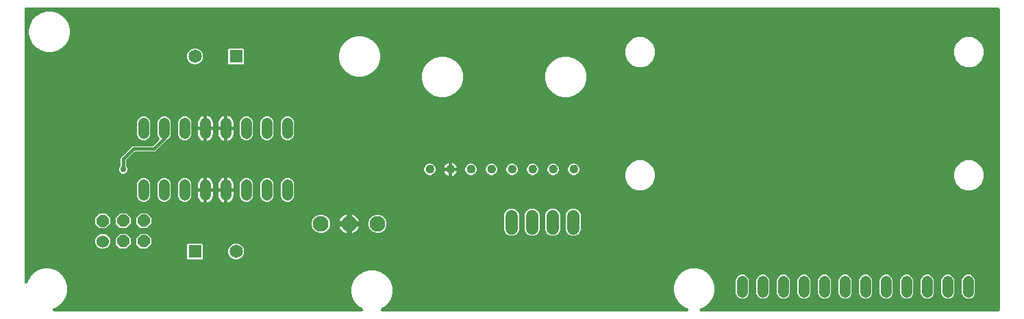
<source format=gbr>
G04 EAGLE Gerber RS-274X export*
G75*
%MOMM*%
%FSLAX34Y34*%
%LPD*%
%INBottom Copper*%
%IPPOS*%
%AMOC8*
5,1,8,0,0,1.08239X$1,22.5*%
G01*
%ADD10C,1.320800*%
%ADD11C,1.950000*%
%ADD12R,1.650000X1.650000*%
%ADD13C,1.650000*%
%ADD14C,1.524000*%
%ADD15P,1.649562X8X22.600000*%
%ADD16C,1.108000*%
%ADD17C,1.524000*%
%ADD18C,0.756400*%
%ADD19C,0.406400*%

G36*
X408843Y32200D02*
X408843Y32200D01*
X408917Y32198D01*
X409043Y32220D01*
X409171Y32233D01*
X409241Y32254D01*
X409313Y32267D01*
X409433Y32313D01*
X409556Y32351D01*
X409621Y32386D01*
X409689Y32412D01*
X409797Y32481D01*
X409910Y32543D01*
X409966Y32589D01*
X410028Y32629D01*
X410121Y32718D01*
X410219Y32800D01*
X410265Y32857D01*
X410318Y32908D01*
X410391Y33014D01*
X410472Y33114D01*
X410505Y33179D01*
X410547Y33239D01*
X410598Y33357D01*
X410657Y33471D01*
X410677Y33542D01*
X410706Y33609D01*
X410733Y33735D01*
X410769Y33858D01*
X410775Y33931D01*
X410790Y34003D01*
X410791Y34131D01*
X410801Y34260D01*
X410793Y34332D01*
X410794Y34406D01*
X410770Y34532D01*
X410755Y34659D01*
X410732Y34729D01*
X410718Y34801D01*
X410670Y34920D01*
X410630Y35042D01*
X410594Y35106D01*
X410566Y35174D01*
X410495Y35281D01*
X410432Y35393D01*
X410384Y35448D01*
X410343Y35509D01*
X410253Y35600D01*
X410169Y35697D01*
X410111Y35742D01*
X410059Y35794D01*
X409919Y35891D01*
X409851Y35944D01*
X409821Y35959D01*
X409786Y35983D01*
X406351Y37966D01*
X401666Y42651D01*
X398354Y48388D01*
X396639Y54788D01*
X396639Y61412D01*
X398354Y67812D01*
X401666Y73549D01*
X406351Y78234D01*
X412088Y81546D01*
X418488Y83261D01*
X425112Y83261D01*
X431512Y81546D01*
X437249Y78234D01*
X441934Y73549D01*
X445246Y67812D01*
X446961Y61412D01*
X446961Y54788D01*
X445246Y48388D01*
X441934Y42651D01*
X437249Y37966D01*
X433814Y35983D01*
X433754Y35940D01*
X433690Y35905D01*
X433591Y35823D01*
X433487Y35748D01*
X433437Y35695D01*
X433381Y35648D01*
X433300Y35548D01*
X433213Y35453D01*
X433174Y35391D01*
X433128Y35334D01*
X433069Y35220D01*
X433002Y35110D01*
X432976Y35042D01*
X432943Y34977D01*
X432907Y34853D01*
X432863Y34733D01*
X432852Y34660D01*
X432831Y34590D01*
X432821Y34461D01*
X432801Y34335D01*
X432805Y34262D01*
X432799Y34188D01*
X432813Y34061D01*
X432819Y33932D01*
X432837Y33861D01*
X432845Y33789D01*
X432885Y33666D01*
X432916Y33542D01*
X432948Y33476D01*
X432970Y33406D01*
X433033Y33294D01*
X433088Y33178D01*
X433132Y33119D01*
X433168Y33055D01*
X433252Y32958D01*
X433329Y32855D01*
X433383Y32806D01*
X433431Y32750D01*
X433533Y32672D01*
X433628Y32586D01*
X433692Y32549D01*
X433749Y32504D01*
X433865Y32446D01*
X433975Y32381D01*
X434044Y32357D01*
X434110Y32324D01*
X434234Y32291D01*
X434355Y32249D01*
X434428Y32239D01*
X434499Y32220D01*
X434668Y32206D01*
X434754Y32194D01*
X434787Y32196D01*
X434829Y32193D01*
X811136Y32193D01*
X811272Y32206D01*
X811410Y32211D01*
X811472Y32226D01*
X811536Y32233D01*
X811668Y32273D01*
X811801Y32305D01*
X811860Y32332D01*
X811921Y32351D01*
X812042Y32416D01*
X812167Y32474D01*
X812219Y32512D01*
X812275Y32543D01*
X812381Y32631D01*
X812492Y32712D01*
X812535Y32759D01*
X812585Y32800D01*
X812671Y32907D01*
X812763Y33009D01*
X812797Y33064D01*
X812837Y33114D01*
X812900Y33236D01*
X812971Y33354D01*
X812993Y33414D01*
X813022Y33471D01*
X813060Y33603D01*
X813107Y33733D01*
X813116Y33796D01*
X813134Y33858D01*
X813145Y33995D01*
X813165Y34131D01*
X813161Y34195D01*
X813167Y34260D01*
X813151Y34396D01*
X813143Y34533D01*
X813127Y34596D01*
X813120Y34659D01*
X813077Y34790D01*
X813043Y34923D01*
X813015Y34981D01*
X812995Y35042D01*
X812927Y35162D01*
X812868Y35285D01*
X812829Y35337D01*
X812797Y35393D01*
X812707Y35497D01*
X812624Y35606D01*
X812576Y35649D01*
X812534Y35697D01*
X812425Y35782D01*
X812322Y35873D01*
X812267Y35905D01*
X812216Y35944D01*
X812093Y36005D01*
X811974Y36074D01*
X811904Y36099D01*
X811855Y36124D01*
X811778Y36144D01*
X811661Y36186D01*
X810288Y36554D01*
X804551Y39866D01*
X799866Y44551D01*
X796554Y50288D01*
X794839Y56688D01*
X794839Y63312D01*
X796554Y69712D01*
X799866Y75449D01*
X804551Y80134D01*
X810288Y83446D01*
X816688Y85161D01*
X823312Y85161D01*
X829712Y83446D01*
X835449Y80134D01*
X840134Y75449D01*
X843446Y69712D01*
X845161Y63312D01*
X845161Y56688D01*
X843446Y50288D01*
X840134Y44551D01*
X835449Y39866D01*
X829712Y36554D01*
X828339Y36186D01*
X828210Y36137D01*
X828079Y36097D01*
X828022Y36067D01*
X827962Y36044D01*
X827845Y35971D01*
X827725Y35905D01*
X827675Y35864D01*
X827621Y35830D01*
X827521Y35736D01*
X827415Y35648D01*
X827375Y35598D01*
X827328Y35553D01*
X827249Y35441D01*
X827163Y35334D01*
X827133Y35277D01*
X827096Y35224D01*
X827041Y35098D01*
X826978Y34977D01*
X826960Y34915D01*
X826934Y34856D01*
X826904Y34722D01*
X826866Y34590D01*
X826861Y34526D01*
X826847Y34463D01*
X826845Y34325D01*
X826833Y34188D01*
X826841Y34125D01*
X826840Y34060D01*
X826864Y33925D01*
X826880Y33789D01*
X826900Y33727D01*
X826912Y33664D01*
X826962Y33536D01*
X827005Y33406D01*
X827037Y33350D01*
X827060Y33290D01*
X827135Y33175D01*
X827203Y33055D01*
X827245Y33006D01*
X827280Y32953D01*
X827376Y32854D01*
X827466Y32750D01*
X827517Y32711D01*
X827562Y32665D01*
X827676Y32588D01*
X827784Y32504D01*
X827842Y32475D01*
X827895Y32439D01*
X828022Y32386D01*
X828145Y32324D01*
X828207Y32308D01*
X828266Y32283D01*
X828401Y32256D01*
X828534Y32220D01*
X828607Y32214D01*
X828661Y32203D01*
X828741Y32203D01*
X828864Y32193D01*
X1195776Y32193D01*
X1195794Y32195D01*
X1195812Y32193D01*
X1195994Y32214D01*
X1196177Y32233D01*
X1196194Y32238D01*
X1196211Y32240D01*
X1196386Y32297D01*
X1196562Y32351D01*
X1196577Y32359D01*
X1196594Y32365D01*
X1196754Y32455D01*
X1196916Y32543D01*
X1196929Y32554D01*
X1196945Y32563D01*
X1197084Y32683D01*
X1197225Y32800D01*
X1197236Y32814D01*
X1197250Y32826D01*
X1197362Y32971D01*
X1197477Y33114D01*
X1197485Y33130D01*
X1197496Y33144D01*
X1197578Y33309D01*
X1197663Y33471D01*
X1197668Y33488D01*
X1197676Y33504D01*
X1197723Y33683D01*
X1197774Y33858D01*
X1197776Y33876D01*
X1197780Y33893D01*
X1197807Y34224D01*
X1197807Y405776D01*
X1197805Y405794D01*
X1197807Y405812D01*
X1197786Y405994D01*
X1197767Y406177D01*
X1197762Y406194D01*
X1197760Y406211D01*
X1197703Y406386D01*
X1197649Y406562D01*
X1197641Y406577D01*
X1197635Y406594D01*
X1197545Y406754D01*
X1197457Y406916D01*
X1197446Y406929D01*
X1197437Y406945D01*
X1197317Y407084D01*
X1197200Y407225D01*
X1197186Y407236D01*
X1197174Y407250D01*
X1197029Y407362D01*
X1196886Y407477D01*
X1196870Y407485D01*
X1196856Y407496D01*
X1196691Y407578D01*
X1196529Y407663D01*
X1196512Y407668D01*
X1196496Y407676D01*
X1196317Y407723D01*
X1196142Y407774D01*
X1196124Y407776D01*
X1196107Y407780D01*
X1195776Y407807D01*
X-5776Y407807D01*
X-5794Y407805D01*
X-5812Y407807D01*
X-5994Y407786D01*
X-6177Y407767D01*
X-6194Y407762D01*
X-6211Y407760D01*
X-6386Y407703D01*
X-6562Y407649D01*
X-6577Y407641D01*
X-6594Y407635D01*
X-6754Y407545D01*
X-6916Y407457D01*
X-6929Y407446D01*
X-6945Y407437D01*
X-7084Y407317D01*
X-7225Y407200D01*
X-7236Y407186D01*
X-7250Y407174D01*
X-7362Y407029D01*
X-7477Y406886D01*
X-7485Y406870D01*
X-7496Y406856D01*
X-7578Y406691D01*
X-7663Y406529D01*
X-7668Y406512D01*
X-7676Y406496D01*
X-7723Y406317D01*
X-7774Y406142D01*
X-7776Y406124D01*
X-7780Y406107D01*
X-7807Y405776D01*
X-7807Y68864D01*
X-7794Y68728D01*
X-7789Y68590D01*
X-7774Y68528D01*
X-7767Y68464D01*
X-7727Y68332D01*
X-7695Y68199D01*
X-7668Y68140D01*
X-7649Y68079D01*
X-7584Y67958D01*
X-7526Y67833D01*
X-7488Y67781D01*
X-7457Y67725D01*
X-7369Y67619D01*
X-7288Y67508D01*
X-7241Y67465D01*
X-7200Y67415D01*
X-7093Y67329D01*
X-6991Y67237D01*
X-6936Y67203D01*
X-6886Y67163D01*
X-6764Y67100D01*
X-6646Y67029D01*
X-6586Y67007D01*
X-6529Y66978D01*
X-6397Y66940D01*
X-6267Y66893D01*
X-6204Y66884D01*
X-6142Y66866D01*
X-6005Y66855D01*
X-5869Y66835D01*
X-5805Y66839D01*
X-5740Y66833D01*
X-5604Y66849D01*
X-5467Y66857D01*
X-5404Y66873D01*
X-5341Y66880D01*
X-5210Y66923D01*
X-5077Y66957D01*
X-5019Y66985D01*
X-4958Y67005D01*
X-4838Y67073D01*
X-4715Y67132D01*
X-4663Y67171D01*
X-4607Y67203D01*
X-4503Y67293D01*
X-4394Y67376D01*
X-4351Y67424D01*
X-4303Y67466D01*
X-4218Y67575D01*
X-4127Y67678D01*
X-4095Y67733D01*
X-4056Y67784D01*
X-3995Y67907D01*
X-3926Y68026D01*
X-3901Y68096D01*
X-3876Y68145D01*
X-3856Y68222D01*
X-3814Y68339D01*
X-3446Y69712D01*
X-134Y75449D01*
X4551Y80134D01*
X10288Y83446D01*
X16688Y85161D01*
X23312Y85161D01*
X29712Y83446D01*
X35449Y80134D01*
X40134Y75449D01*
X43446Y69712D01*
X45161Y63312D01*
X45161Y56688D01*
X43446Y50288D01*
X40134Y44551D01*
X35449Y39866D01*
X29712Y36554D01*
X28339Y36186D01*
X28210Y36137D01*
X28079Y36097D01*
X28022Y36067D01*
X27962Y36044D01*
X27845Y35971D01*
X27725Y35905D01*
X27675Y35864D01*
X27621Y35830D01*
X27521Y35736D01*
X27415Y35648D01*
X27375Y35598D01*
X27328Y35553D01*
X27249Y35441D01*
X27163Y35334D01*
X27133Y35277D01*
X27096Y35224D01*
X27041Y35098D01*
X26978Y34977D01*
X26960Y34915D01*
X26934Y34856D01*
X26904Y34722D01*
X26866Y34590D01*
X26861Y34526D01*
X26847Y34463D01*
X26845Y34325D01*
X26833Y34188D01*
X26841Y34125D01*
X26840Y34060D01*
X26864Y33925D01*
X26880Y33789D01*
X26900Y33727D01*
X26912Y33664D01*
X26962Y33536D01*
X27005Y33406D01*
X27037Y33350D01*
X27060Y33290D01*
X27135Y33175D01*
X27203Y33055D01*
X27245Y33006D01*
X27280Y32953D01*
X27376Y32854D01*
X27466Y32750D01*
X27517Y32711D01*
X27562Y32665D01*
X27676Y32588D01*
X27784Y32504D01*
X27842Y32475D01*
X27895Y32439D01*
X28022Y32386D01*
X28145Y32324D01*
X28207Y32308D01*
X28266Y32283D01*
X28401Y32256D01*
X28534Y32220D01*
X28607Y32214D01*
X28661Y32203D01*
X28741Y32203D01*
X28864Y32193D01*
X408771Y32193D01*
X408843Y32200D01*
G37*
%LPC*%
G36*
X403088Y322339D02*
X403088Y322339D01*
X396688Y324054D01*
X390951Y327366D01*
X386266Y332051D01*
X382954Y337788D01*
X381239Y344188D01*
X381239Y350812D01*
X382954Y357212D01*
X386266Y362949D01*
X390951Y367634D01*
X396688Y370946D01*
X403088Y372661D01*
X409712Y372661D01*
X416112Y370946D01*
X421849Y367634D01*
X426534Y362949D01*
X429846Y357212D01*
X431561Y350812D01*
X431561Y344188D01*
X429846Y337788D01*
X426534Y332051D01*
X421849Y327366D01*
X416112Y324054D01*
X409712Y322339D01*
X403088Y322339D01*
G37*
%LPD*%
%LPC*%
G36*
X658008Y297019D02*
X658008Y297019D01*
X651608Y298734D01*
X645871Y302046D01*
X641186Y306731D01*
X637874Y312468D01*
X636159Y318868D01*
X636159Y325492D01*
X637874Y331892D01*
X641186Y337629D01*
X645871Y342314D01*
X651608Y345626D01*
X658008Y347341D01*
X664632Y347341D01*
X671032Y345626D01*
X676769Y342314D01*
X681454Y337629D01*
X684766Y331892D01*
X686481Y325492D01*
X686481Y318868D01*
X684766Y312468D01*
X681454Y306731D01*
X676769Y302046D01*
X671032Y298734D01*
X664632Y297019D01*
X658008Y297019D01*
G37*
%LPD*%
%LPC*%
G36*
X505608Y297019D02*
X505608Y297019D01*
X499208Y298734D01*
X493471Y302046D01*
X488786Y306731D01*
X485474Y312468D01*
X483759Y318868D01*
X483759Y325492D01*
X485474Y331892D01*
X488786Y337629D01*
X493471Y342314D01*
X499208Y345626D01*
X505608Y347341D01*
X512232Y347341D01*
X518632Y345626D01*
X524369Y342314D01*
X529054Y337629D01*
X532366Y331892D01*
X534081Y325492D01*
X534081Y318868D01*
X532366Y312468D01*
X529054Y306731D01*
X524369Y302046D01*
X518632Y298734D01*
X512232Y297019D01*
X505608Y297019D01*
G37*
%LPD*%
%LPC*%
G36*
X19868Y352819D02*
X19868Y352819D01*
X13468Y354534D01*
X7731Y357846D01*
X3046Y362531D01*
X-266Y368268D01*
X-1981Y374668D01*
X-1981Y381292D01*
X-266Y387692D01*
X3046Y393429D01*
X7731Y398114D01*
X13468Y401426D01*
X19868Y403141D01*
X26492Y403141D01*
X32892Y401426D01*
X38629Y398114D01*
X43314Y393429D01*
X46626Y387692D01*
X48341Y381292D01*
X48341Y374668D01*
X46626Y368268D01*
X43314Y362531D01*
X38629Y357846D01*
X32892Y354534D01*
X26492Y352819D01*
X19868Y352819D01*
G37*
%LPD*%
%LPC*%
G36*
X1156137Y334484D02*
X1156137Y334484D01*
X1149368Y337288D01*
X1144188Y342468D01*
X1141384Y349237D01*
X1141384Y356563D01*
X1144188Y363332D01*
X1149368Y368512D01*
X1151846Y369538D01*
X1156137Y371316D01*
X1163463Y371316D01*
X1170232Y368512D01*
X1175412Y363332D01*
X1178216Y356563D01*
X1178216Y349237D01*
X1175412Y342468D01*
X1170232Y337288D01*
X1163962Y334691D01*
X1163463Y334484D01*
X1156137Y334484D01*
G37*
%LPD*%
%LPC*%
G36*
X749737Y334484D02*
X749737Y334484D01*
X742968Y337288D01*
X737788Y342468D01*
X734984Y349237D01*
X734984Y356563D01*
X737788Y363332D01*
X742968Y368512D01*
X745446Y369538D01*
X749737Y371316D01*
X757063Y371316D01*
X763832Y368512D01*
X769012Y363332D01*
X771816Y356563D01*
X771816Y349237D01*
X769012Y342468D01*
X763832Y337288D01*
X757562Y334691D01*
X757063Y334484D01*
X749737Y334484D01*
G37*
%LPD*%
%LPC*%
G36*
X1156137Y182084D02*
X1156137Y182084D01*
X1149368Y184888D01*
X1144188Y190068D01*
X1141384Y196837D01*
X1141384Y204163D01*
X1144188Y210932D01*
X1149368Y216112D01*
X1156137Y218916D01*
X1163463Y218916D01*
X1170232Y216112D01*
X1175412Y210932D01*
X1178216Y204163D01*
X1178216Y196837D01*
X1175412Y190068D01*
X1170232Y184888D01*
X1169002Y184378D01*
X1163463Y182084D01*
X1156137Y182084D01*
G37*
%LPD*%
%LPC*%
G36*
X749737Y182084D02*
X749737Y182084D01*
X742968Y184888D01*
X737788Y190068D01*
X734984Y196837D01*
X734984Y204163D01*
X737788Y210932D01*
X742968Y216112D01*
X749737Y218916D01*
X757063Y218916D01*
X763832Y216112D01*
X769012Y210932D01*
X771816Y204163D01*
X771816Y196837D01*
X769012Y190068D01*
X763832Y184888D01*
X762602Y184378D01*
X757063Y182084D01*
X749737Y182084D01*
G37*
%LPD*%
%LPC*%
G36*
X113244Y202493D02*
X113244Y202493D01*
X111294Y203301D01*
X109801Y204794D01*
X108993Y206744D01*
X108993Y208856D01*
X109801Y210806D01*
X110402Y211407D01*
X110419Y211428D01*
X110440Y211445D01*
X110547Y211583D01*
X110657Y211719D01*
X110670Y211742D01*
X110686Y211763D01*
X110764Y211920D01*
X110846Y212074D01*
X110854Y212100D01*
X110866Y212124D01*
X110911Y212293D01*
X110961Y212460D01*
X110963Y212487D01*
X110970Y212513D01*
X110997Y212844D01*
X110997Y221868D01*
X125632Y236503D01*
X150191Y236503D01*
X150217Y236505D01*
X150244Y236503D01*
X150418Y236525D01*
X150591Y236543D01*
X150617Y236550D01*
X150643Y236554D01*
X150809Y236609D01*
X150976Y236661D01*
X151000Y236674D01*
X151025Y236682D01*
X151177Y236769D01*
X151330Y236853D01*
X151351Y236870D01*
X151374Y236883D01*
X151627Y237098D01*
X158628Y244099D01*
X158640Y244113D01*
X158653Y244125D01*
X158767Y244269D01*
X158883Y244411D01*
X158892Y244426D01*
X158903Y244441D01*
X158987Y244605D01*
X159072Y244766D01*
X159077Y244783D01*
X159085Y244799D01*
X159135Y244977D01*
X159187Y245152D01*
X159189Y245170D01*
X159193Y245187D01*
X159207Y245370D01*
X159223Y245553D01*
X159221Y245571D01*
X159223Y245589D01*
X159200Y245770D01*
X159180Y245954D01*
X159174Y245971D01*
X159172Y245988D01*
X159114Y246162D01*
X159058Y246337D01*
X159050Y246353D01*
X159044Y246370D01*
X158952Y246530D01*
X158864Y246690D01*
X158852Y246703D01*
X158843Y246719D01*
X158628Y246972D01*
X158209Y247391D01*
X156971Y250379D01*
X156971Y266821D01*
X158209Y269809D01*
X160495Y272095D01*
X163483Y273333D01*
X166717Y273333D01*
X169705Y272095D01*
X171991Y269809D01*
X173229Y266821D01*
X173229Y250379D01*
X171991Y247391D01*
X169705Y245105D01*
X168833Y244744D01*
X168806Y244729D01*
X168776Y244719D01*
X168629Y244634D01*
X168479Y244554D01*
X168454Y244534D01*
X168427Y244518D01*
X168174Y244304D01*
X165873Y242002D01*
X153768Y229897D01*
X129209Y229897D01*
X129183Y229895D01*
X129156Y229897D01*
X128982Y229875D01*
X128809Y229857D01*
X128783Y229850D01*
X128757Y229846D01*
X128591Y229791D01*
X128424Y229739D01*
X128400Y229726D01*
X128375Y229718D01*
X128223Y229631D01*
X128070Y229547D01*
X128049Y229530D01*
X128026Y229517D01*
X127773Y229302D01*
X118198Y219727D01*
X118181Y219706D01*
X118160Y219689D01*
X118053Y219551D01*
X117943Y219415D01*
X117930Y219392D01*
X117914Y219371D01*
X117836Y219214D01*
X117754Y219060D01*
X117746Y219034D01*
X117734Y219010D01*
X117689Y218841D01*
X117639Y218674D01*
X117637Y218647D01*
X117630Y218621D01*
X117603Y218291D01*
X117603Y212844D01*
X117605Y212817D01*
X117603Y212790D01*
X117625Y212616D01*
X117643Y212443D01*
X117650Y212417D01*
X117654Y212391D01*
X117709Y212225D01*
X117761Y212058D01*
X117774Y212034D01*
X117782Y212009D01*
X117869Y211857D01*
X117953Y211704D01*
X117970Y211683D01*
X117983Y211660D01*
X118198Y211407D01*
X118799Y210806D01*
X119607Y208856D01*
X119607Y206744D01*
X118799Y204794D01*
X117306Y203301D01*
X115356Y202493D01*
X113244Y202493D01*
G37*
%LPD*%
%LPC*%
G36*
X592921Y125755D02*
X592921Y125755D01*
X589560Y127147D01*
X586987Y129720D01*
X585595Y133081D01*
X585595Y151959D01*
X586987Y155320D01*
X589560Y157893D01*
X592921Y159285D01*
X596559Y159285D01*
X599920Y157893D01*
X602493Y155320D01*
X603885Y151959D01*
X603885Y133081D01*
X602493Y129720D01*
X599920Y127147D01*
X596559Y125755D01*
X592921Y125755D01*
G37*
%LPD*%
%LPC*%
G36*
X618321Y125755D02*
X618321Y125755D01*
X614960Y127147D01*
X612387Y129720D01*
X610995Y133081D01*
X610995Y151959D01*
X612387Y155320D01*
X614960Y157893D01*
X618321Y159285D01*
X621959Y159285D01*
X625320Y157893D01*
X627893Y155320D01*
X629285Y151959D01*
X629285Y133081D01*
X627893Y129720D01*
X625320Y127147D01*
X621959Y125755D01*
X618321Y125755D01*
G37*
%LPD*%
%LPC*%
G36*
X643721Y125755D02*
X643721Y125755D01*
X640360Y127147D01*
X637787Y129720D01*
X636395Y133081D01*
X636395Y151959D01*
X637787Y155320D01*
X640360Y157893D01*
X643721Y159285D01*
X647359Y159285D01*
X650720Y157893D01*
X653293Y155320D01*
X654685Y151959D01*
X654685Y133081D01*
X653293Y129720D01*
X650720Y127147D01*
X647359Y125755D01*
X643721Y125755D01*
G37*
%LPD*%
%LPC*%
G36*
X669121Y125755D02*
X669121Y125755D01*
X665760Y127147D01*
X663187Y129720D01*
X661795Y133081D01*
X661795Y151959D01*
X663187Y155320D01*
X665760Y157893D01*
X669121Y159285D01*
X672759Y159285D01*
X676120Y157893D01*
X678693Y155320D01*
X680085Y151959D01*
X680085Y133081D01*
X678693Y129720D01*
X676120Y127147D01*
X672759Y125755D01*
X669121Y125755D01*
G37*
%LPD*%
%LPC*%
G36*
X1030383Y47967D02*
X1030383Y47967D01*
X1027395Y49205D01*
X1025109Y51491D01*
X1023871Y54479D01*
X1023871Y70921D01*
X1025109Y73909D01*
X1027395Y76195D01*
X1030383Y77433D01*
X1033617Y77433D01*
X1036605Y76195D01*
X1038891Y73909D01*
X1040129Y70921D01*
X1040129Y54479D01*
X1038891Y51491D01*
X1036605Y49205D01*
X1033617Y47967D01*
X1030383Y47967D01*
G37*
%LPD*%
%LPC*%
G36*
X1055783Y47967D02*
X1055783Y47967D01*
X1052795Y49205D01*
X1050509Y51491D01*
X1049271Y54479D01*
X1049271Y70921D01*
X1050509Y73909D01*
X1052795Y76195D01*
X1055783Y77433D01*
X1059017Y77433D01*
X1062005Y76195D01*
X1064291Y73909D01*
X1065529Y70921D01*
X1065529Y54479D01*
X1064291Y51491D01*
X1062005Y49205D01*
X1059017Y47967D01*
X1055783Y47967D01*
G37*
%LPD*%
%LPC*%
G36*
X1081183Y47967D02*
X1081183Y47967D01*
X1078195Y49205D01*
X1075909Y51491D01*
X1074671Y54479D01*
X1074671Y70921D01*
X1075909Y73909D01*
X1078195Y76195D01*
X1081183Y77433D01*
X1084417Y77433D01*
X1087405Y76195D01*
X1089691Y73909D01*
X1090929Y70921D01*
X1090929Y54479D01*
X1089691Y51491D01*
X1087405Y49205D01*
X1084417Y47967D01*
X1081183Y47967D01*
G37*
%LPD*%
%LPC*%
G36*
X877983Y47967D02*
X877983Y47967D01*
X874995Y49205D01*
X872709Y51491D01*
X871471Y54479D01*
X871471Y70921D01*
X872709Y73909D01*
X874995Y76195D01*
X877983Y77433D01*
X881217Y77433D01*
X884205Y76195D01*
X886491Y73909D01*
X887729Y70921D01*
X887729Y54479D01*
X886491Y51491D01*
X884205Y49205D01*
X881217Y47967D01*
X877983Y47967D01*
G37*
%LPD*%
%LPC*%
G36*
X1106583Y47967D02*
X1106583Y47967D01*
X1103595Y49205D01*
X1101309Y51491D01*
X1100071Y54479D01*
X1100071Y70921D01*
X1101309Y73909D01*
X1103595Y76195D01*
X1106583Y77433D01*
X1109817Y77433D01*
X1112805Y76195D01*
X1115091Y73909D01*
X1116329Y70921D01*
X1116329Y54479D01*
X1115091Y51491D01*
X1112805Y49205D01*
X1109817Y47967D01*
X1106583Y47967D01*
G37*
%LPD*%
%LPC*%
G36*
X1157383Y47967D02*
X1157383Y47967D01*
X1154395Y49205D01*
X1152109Y51491D01*
X1150871Y54479D01*
X1150871Y70921D01*
X1152109Y73909D01*
X1154395Y76195D01*
X1157383Y77433D01*
X1160617Y77433D01*
X1163605Y76195D01*
X1165891Y73909D01*
X1167129Y70921D01*
X1167129Y54479D01*
X1165891Y51491D01*
X1163605Y49205D01*
X1160617Y47967D01*
X1157383Y47967D01*
G37*
%LPD*%
%LPC*%
G36*
X315883Y243867D02*
X315883Y243867D01*
X312895Y245105D01*
X310609Y247391D01*
X309371Y250379D01*
X309371Y266821D01*
X310609Y269809D01*
X312895Y272095D01*
X315883Y273333D01*
X319117Y273333D01*
X322105Y272095D01*
X324391Y269809D01*
X325629Y266821D01*
X325629Y250379D01*
X324391Y247391D01*
X322105Y245105D01*
X319117Y243867D01*
X315883Y243867D01*
G37*
%LPD*%
%LPC*%
G36*
X290483Y243867D02*
X290483Y243867D01*
X287495Y245105D01*
X285209Y247391D01*
X283971Y250379D01*
X283971Y266821D01*
X285209Y269809D01*
X287495Y272095D01*
X290483Y273333D01*
X293717Y273333D01*
X296705Y272095D01*
X298991Y269809D01*
X300229Y266821D01*
X300229Y250379D01*
X298991Y247391D01*
X296705Y245105D01*
X293717Y243867D01*
X290483Y243867D01*
G37*
%LPD*%
%LPC*%
G36*
X265083Y243867D02*
X265083Y243867D01*
X262095Y245105D01*
X259809Y247391D01*
X258571Y250379D01*
X258571Y266821D01*
X259809Y269809D01*
X262095Y272095D01*
X265083Y273333D01*
X268317Y273333D01*
X271305Y272095D01*
X273591Y269809D01*
X274829Y266821D01*
X274829Y250379D01*
X273591Y247391D01*
X271305Y245105D01*
X268317Y243867D01*
X265083Y243867D01*
G37*
%LPD*%
%LPC*%
G36*
X188883Y243867D02*
X188883Y243867D01*
X185895Y245105D01*
X183609Y247391D01*
X182371Y250379D01*
X182371Y266821D01*
X183609Y269809D01*
X185895Y272095D01*
X188883Y273333D01*
X192117Y273333D01*
X195105Y272095D01*
X197391Y269809D01*
X198629Y266821D01*
X198629Y250379D01*
X197391Y247391D01*
X195105Y245105D01*
X192117Y243867D01*
X188883Y243867D01*
G37*
%LPD*%
%LPC*%
G36*
X138083Y243867D02*
X138083Y243867D01*
X135095Y245105D01*
X132809Y247391D01*
X131571Y250379D01*
X131571Y266821D01*
X132809Y269809D01*
X135095Y272095D01*
X138083Y273333D01*
X141317Y273333D01*
X144305Y272095D01*
X146591Y269809D01*
X147829Y266821D01*
X147829Y250379D01*
X146591Y247391D01*
X144305Y245105D01*
X141317Y243867D01*
X138083Y243867D01*
G37*
%LPD*%
%LPC*%
G36*
X1131983Y47967D02*
X1131983Y47967D01*
X1128995Y49205D01*
X1126709Y51491D01*
X1125471Y54479D01*
X1125471Y70921D01*
X1126709Y73909D01*
X1128995Y76195D01*
X1131983Y77433D01*
X1135217Y77433D01*
X1138205Y76195D01*
X1140491Y73909D01*
X1141729Y70921D01*
X1141729Y54479D01*
X1140491Y51491D01*
X1138205Y49205D01*
X1135217Y47967D01*
X1131983Y47967D01*
G37*
%LPD*%
%LPC*%
G36*
X903383Y47967D02*
X903383Y47967D01*
X900395Y49205D01*
X898109Y51491D01*
X896871Y54479D01*
X896871Y70921D01*
X898109Y73909D01*
X900395Y76195D01*
X903383Y77433D01*
X906617Y77433D01*
X909605Y76195D01*
X911891Y73909D01*
X913129Y70921D01*
X913129Y54479D01*
X911891Y51491D01*
X909605Y49205D01*
X906617Y47967D01*
X903383Y47967D01*
G37*
%LPD*%
%LPC*%
G36*
X928783Y47967D02*
X928783Y47967D01*
X925795Y49205D01*
X923509Y51491D01*
X922271Y54479D01*
X922271Y70921D01*
X923509Y73909D01*
X925795Y76195D01*
X928783Y77433D01*
X932017Y77433D01*
X935005Y76195D01*
X937291Y73909D01*
X938529Y70921D01*
X938529Y54479D01*
X937291Y51491D01*
X935005Y49205D01*
X932017Y47967D01*
X928783Y47967D01*
G37*
%LPD*%
%LPC*%
G36*
X954183Y47967D02*
X954183Y47967D01*
X951195Y49205D01*
X948909Y51491D01*
X947671Y54479D01*
X947671Y70921D01*
X948909Y73909D01*
X951195Y76195D01*
X954183Y77433D01*
X957417Y77433D01*
X960405Y76195D01*
X962691Y73909D01*
X963929Y70921D01*
X963929Y54479D01*
X962691Y51491D01*
X960405Y49205D01*
X957417Y47967D01*
X954183Y47967D01*
G37*
%LPD*%
%LPC*%
G36*
X979583Y47967D02*
X979583Y47967D01*
X976595Y49205D01*
X974309Y51491D01*
X973071Y54479D01*
X973071Y70921D01*
X974309Y73909D01*
X976595Y76195D01*
X979583Y77433D01*
X982817Y77433D01*
X985805Y76195D01*
X988091Y73909D01*
X989329Y70921D01*
X989329Y54479D01*
X988091Y51491D01*
X985805Y49205D01*
X982817Y47967D01*
X979583Y47967D01*
G37*
%LPD*%
%LPC*%
G36*
X1004983Y47967D02*
X1004983Y47967D01*
X1001995Y49205D01*
X999709Y51491D01*
X998471Y54479D01*
X998471Y70921D01*
X999709Y73909D01*
X1001995Y76195D01*
X1004983Y77433D01*
X1008217Y77433D01*
X1011205Y76195D01*
X1013491Y73909D01*
X1014729Y70921D01*
X1014729Y54479D01*
X1013491Y51491D01*
X1011205Y49205D01*
X1008217Y47967D01*
X1004983Y47967D01*
G37*
%LPD*%
%LPC*%
G36*
X138083Y167667D02*
X138083Y167667D01*
X135095Y168905D01*
X132809Y171191D01*
X131571Y174179D01*
X131571Y190621D01*
X132809Y193609D01*
X135095Y195895D01*
X138083Y197133D01*
X141317Y197133D01*
X144305Y195895D01*
X146591Y193609D01*
X147829Y190621D01*
X147829Y174179D01*
X146591Y171191D01*
X144305Y168905D01*
X142430Y168128D01*
X141317Y167667D01*
X138083Y167667D01*
G37*
%LPD*%
%LPC*%
G36*
X265083Y167667D02*
X265083Y167667D01*
X262095Y168905D01*
X259809Y171191D01*
X258571Y174179D01*
X258571Y190621D01*
X259809Y193609D01*
X262095Y195895D01*
X265083Y197133D01*
X268317Y197133D01*
X271305Y195895D01*
X273591Y193609D01*
X274829Y190621D01*
X274829Y174179D01*
X273591Y171191D01*
X271305Y168905D01*
X269430Y168128D01*
X268317Y167667D01*
X265083Y167667D01*
G37*
%LPD*%
%LPC*%
G36*
X188883Y167667D02*
X188883Y167667D01*
X185895Y168905D01*
X183609Y171191D01*
X182371Y174179D01*
X182371Y190621D01*
X183609Y193609D01*
X185895Y195895D01*
X188883Y197133D01*
X192117Y197133D01*
X195105Y195895D01*
X197391Y193609D01*
X198629Y190621D01*
X198629Y174179D01*
X197391Y171191D01*
X195105Y168905D01*
X193230Y168128D01*
X192117Y167667D01*
X188883Y167667D01*
G37*
%LPD*%
%LPC*%
G36*
X315883Y167667D02*
X315883Y167667D01*
X312895Y168905D01*
X310609Y171191D01*
X309371Y174179D01*
X309371Y190621D01*
X310609Y193609D01*
X312895Y195895D01*
X315883Y197133D01*
X319117Y197133D01*
X322105Y195895D01*
X324391Y193609D01*
X325629Y190621D01*
X325629Y174179D01*
X324391Y171191D01*
X322105Y168905D01*
X320230Y168128D01*
X319117Y167667D01*
X315883Y167667D01*
G37*
%LPD*%
%LPC*%
G36*
X290483Y167667D02*
X290483Y167667D01*
X287495Y168905D01*
X285209Y171191D01*
X283971Y174179D01*
X283971Y190621D01*
X285209Y193609D01*
X287495Y195895D01*
X290483Y197133D01*
X293717Y197133D01*
X296705Y195895D01*
X298991Y193609D01*
X300229Y190621D01*
X300229Y174179D01*
X298991Y171191D01*
X296705Y168905D01*
X294830Y168128D01*
X293717Y167667D01*
X290483Y167667D01*
G37*
%LPD*%
%LPC*%
G36*
X163483Y167667D02*
X163483Y167667D01*
X160495Y168905D01*
X158209Y171191D01*
X156971Y174179D01*
X156971Y190621D01*
X158209Y193609D01*
X160495Y195895D01*
X163483Y197133D01*
X166717Y197133D01*
X169705Y195895D01*
X171991Y193609D01*
X173229Y190621D01*
X173229Y174179D01*
X171991Y171191D01*
X169705Y168905D01*
X167830Y168128D01*
X166717Y167667D01*
X163483Y167667D01*
G37*
%LPD*%
%LPC*%
G36*
X426457Y129225D02*
X426457Y129225D01*
X422313Y130942D01*
X419142Y134113D01*
X417425Y138257D01*
X417425Y142743D01*
X419142Y146887D01*
X422313Y150058D01*
X426457Y151775D01*
X430943Y151775D01*
X435087Y150058D01*
X438258Y146887D01*
X439975Y142743D01*
X439975Y138257D01*
X438258Y134113D01*
X435087Y130942D01*
X431690Y129535D01*
X430943Y129225D01*
X426457Y129225D01*
G37*
%LPD*%
%LPC*%
G36*
X356457Y129225D02*
X356457Y129225D01*
X352313Y130942D01*
X349142Y134113D01*
X347425Y138257D01*
X347425Y142743D01*
X349142Y146887D01*
X352313Y150058D01*
X356457Y151775D01*
X360943Y151775D01*
X365087Y150058D01*
X368258Y146887D01*
X369975Y142743D01*
X369975Y138257D01*
X368258Y134113D01*
X365087Y130942D01*
X361690Y129535D01*
X360943Y129225D01*
X356457Y129225D01*
G37*
%LPD*%
%LPC*%
G36*
X245118Y337725D02*
X245118Y337725D01*
X244225Y338618D01*
X244225Y356382D01*
X245118Y357275D01*
X262882Y357275D01*
X263775Y356382D01*
X263775Y338618D01*
X262882Y337725D01*
X245118Y337725D01*
G37*
%LPD*%
%LPC*%
G36*
X194318Y96425D02*
X194318Y96425D01*
X193425Y97318D01*
X193425Y115082D01*
X194318Y115975D01*
X212082Y115975D01*
X212975Y115082D01*
X212975Y97318D01*
X212082Y96425D01*
X194318Y96425D01*
G37*
%LPD*%
%LPC*%
G36*
X201256Y337725D02*
X201256Y337725D01*
X197663Y339213D01*
X194913Y341963D01*
X193425Y345556D01*
X193425Y349444D01*
X194913Y353037D01*
X197663Y355787D01*
X201256Y357275D01*
X205144Y357275D01*
X208737Y355787D01*
X211487Y353037D01*
X212975Y349444D01*
X212975Y345556D01*
X211487Y341963D01*
X208737Y339213D01*
X205144Y337725D01*
X201256Y337725D01*
G37*
%LPD*%
%LPC*%
G36*
X252056Y96425D02*
X252056Y96425D01*
X248463Y97913D01*
X245713Y100663D01*
X244225Y104256D01*
X244225Y108144D01*
X245713Y111737D01*
X248463Y114487D01*
X251228Y115632D01*
X252056Y115975D01*
X255944Y115975D01*
X259537Y114487D01*
X262287Y111737D01*
X263775Y108144D01*
X263775Y104256D01*
X262287Y100663D01*
X259537Y97913D01*
X255944Y96425D01*
X252056Y96425D01*
G37*
%LPD*%
%LPC*%
G36*
X105140Y140496D02*
X105140Y140496D01*
X105127Y148072D01*
X110474Y153438D01*
X118050Y153451D01*
X123416Y148104D01*
X123429Y140528D01*
X118082Y135162D01*
X110506Y135149D01*
X105140Y140496D01*
G37*
%LPD*%
%LPC*%
G36*
X79740Y140452D02*
X79740Y140452D01*
X79727Y148027D01*
X85074Y153394D01*
X92650Y153407D01*
X98016Y148059D01*
X98029Y140484D01*
X92682Y135118D01*
X85106Y135104D01*
X79740Y140452D01*
G37*
%LPD*%
%LPC*%
G36*
X105184Y115096D02*
X105184Y115096D01*
X105171Y122672D01*
X110518Y128038D01*
X118094Y128051D01*
X123460Y122704D01*
X123473Y115128D01*
X118126Y109762D01*
X110550Y109749D01*
X105184Y115096D01*
G37*
%LPD*%
%LPC*%
G36*
X130584Y115141D02*
X130584Y115141D01*
X130571Y122716D01*
X135918Y128082D01*
X143494Y128096D01*
X148860Y122748D01*
X148873Y115172D01*
X143526Y109806D01*
X135950Y109793D01*
X130584Y115141D01*
G37*
%LPD*%
%LPC*%
G36*
X130540Y140540D02*
X130540Y140540D01*
X130526Y148116D01*
X135874Y153482D01*
X143450Y153496D01*
X148816Y148148D01*
X148829Y140572D01*
X143482Y135206D01*
X135906Y135193D01*
X130540Y140540D01*
G37*
%LPD*%
%LPC*%
G36*
X87103Y109711D02*
X87103Y109711D01*
X83742Y111103D01*
X81170Y113676D01*
X79777Y117037D01*
X79777Y120675D01*
X81170Y124036D01*
X83742Y126608D01*
X87103Y128000D01*
X90741Y128000D01*
X94102Y126608D01*
X96675Y124036D01*
X98067Y120675D01*
X98067Y117037D01*
X96675Y113676D01*
X94102Y111103D01*
X90741Y109711D01*
X87103Y109711D01*
G37*
%LPD*%
%LPC*%
G36*
X619115Y200815D02*
X619115Y200815D01*
X616518Y201891D01*
X614531Y203878D01*
X613455Y206475D01*
X613455Y209285D01*
X614531Y211882D01*
X616518Y213869D01*
X619115Y214945D01*
X621925Y214945D01*
X624522Y213869D01*
X626509Y211882D01*
X627585Y209285D01*
X627585Y206475D01*
X626509Y203878D01*
X624522Y201891D01*
X621925Y200815D01*
X619115Y200815D01*
G37*
%LPD*%
%LPC*%
G36*
X593715Y200815D02*
X593715Y200815D01*
X591118Y201891D01*
X589131Y203878D01*
X588055Y206475D01*
X588055Y209285D01*
X589131Y211882D01*
X591118Y213869D01*
X593715Y214945D01*
X596525Y214945D01*
X599122Y213869D01*
X601109Y211882D01*
X602185Y209285D01*
X602185Y206475D01*
X601109Y203878D01*
X599122Y201891D01*
X596525Y200815D01*
X593715Y200815D01*
G37*
%LPD*%
%LPC*%
G36*
X492115Y200815D02*
X492115Y200815D01*
X489518Y201891D01*
X487531Y203878D01*
X486455Y206475D01*
X486455Y209285D01*
X487531Y211882D01*
X489518Y213869D01*
X492115Y214945D01*
X494925Y214945D01*
X497522Y213869D01*
X499509Y211882D01*
X500585Y209285D01*
X500585Y206475D01*
X499509Y203878D01*
X497522Y201891D01*
X494925Y200815D01*
X492115Y200815D01*
G37*
%LPD*%
%LPC*%
G36*
X542915Y200815D02*
X542915Y200815D01*
X540318Y201891D01*
X538331Y203878D01*
X537255Y206475D01*
X537255Y209285D01*
X538331Y211882D01*
X540318Y213869D01*
X542915Y214945D01*
X545725Y214945D01*
X548322Y213869D01*
X550309Y211882D01*
X551385Y209285D01*
X551385Y206475D01*
X550309Y203878D01*
X548322Y201891D01*
X545725Y200815D01*
X542915Y200815D01*
G37*
%LPD*%
%LPC*%
G36*
X568315Y200815D02*
X568315Y200815D01*
X565718Y201891D01*
X563731Y203878D01*
X562655Y206475D01*
X562655Y209285D01*
X563731Y211882D01*
X565718Y213869D01*
X568315Y214945D01*
X571125Y214945D01*
X573722Y213869D01*
X575709Y211882D01*
X576785Y209285D01*
X576785Y206475D01*
X575709Y203878D01*
X573722Y201891D01*
X571125Y200815D01*
X568315Y200815D01*
G37*
%LPD*%
%LPC*%
G36*
X644515Y200815D02*
X644515Y200815D01*
X641918Y201891D01*
X639931Y203878D01*
X638855Y206475D01*
X638855Y209285D01*
X639931Y211882D01*
X641918Y213869D01*
X644515Y214945D01*
X647325Y214945D01*
X649922Y213869D01*
X651909Y211882D01*
X652985Y209285D01*
X652985Y206475D01*
X651909Y203878D01*
X649922Y201891D01*
X647325Y200815D01*
X644515Y200815D01*
G37*
%LPD*%
%LPC*%
G36*
X669915Y200815D02*
X669915Y200815D01*
X667318Y201891D01*
X665331Y203878D01*
X664255Y206475D01*
X664255Y209285D01*
X665331Y211882D01*
X667318Y213869D01*
X669915Y214945D01*
X672725Y214945D01*
X675322Y213869D01*
X677309Y211882D01*
X678385Y209285D01*
X678385Y206475D01*
X677309Y203878D01*
X675322Y201891D01*
X672725Y200815D01*
X669915Y200815D01*
G37*
%LPD*%
%LPC*%
G36*
X243331Y260631D02*
X243331Y260631D01*
X243331Y274141D01*
X243441Y274124D01*
X244810Y273679D01*
X246093Y273025D01*
X247257Y272179D01*
X248275Y271161D01*
X249121Y269997D01*
X249775Y268714D01*
X250220Y267345D01*
X250445Y265924D01*
X250445Y260631D01*
X243331Y260631D01*
G37*
%LPD*%
%LPC*%
G36*
X217931Y260631D02*
X217931Y260631D01*
X217931Y274141D01*
X218041Y274124D01*
X219410Y273679D01*
X220693Y273025D01*
X221857Y272179D01*
X222875Y271161D01*
X223721Y269997D01*
X224375Y268714D01*
X224820Y267345D01*
X225045Y265924D01*
X225045Y260631D01*
X217931Y260631D01*
G37*
%LPD*%
%LPC*%
G36*
X243331Y184431D02*
X243331Y184431D01*
X243331Y197941D01*
X243441Y197924D01*
X244810Y197479D01*
X246093Y196825D01*
X247257Y195979D01*
X248275Y194961D01*
X249121Y193797D01*
X249775Y192514D01*
X250220Y191145D01*
X250445Y189724D01*
X250445Y184431D01*
X243331Y184431D01*
G37*
%LPD*%
%LPC*%
G36*
X217931Y184431D02*
X217931Y184431D01*
X217931Y197941D01*
X218041Y197924D01*
X219410Y197479D01*
X220693Y196825D01*
X221857Y195979D01*
X222875Y194961D01*
X223721Y193797D01*
X224375Y192514D01*
X224820Y191145D01*
X225045Y189724D01*
X225045Y184431D01*
X217931Y184431D01*
G37*
%LPD*%
%LPC*%
G36*
X217931Y180369D02*
X217931Y180369D01*
X225045Y180369D01*
X225045Y175076D01*
X224820Y173655D01*
X224375Y172286D01*
X223721Y171003D01*
X222875Y169839D01*
X221857Y168821D01*
X220693Y167975D01*
X219410Y167321D01*
X218041Y166876D01*
X217931Y166859D01*
X217931Y180369D01*
G37*
%LPD*%
%LPC*%
G36*
X243331Y180369D02*
X243331Y180369D01*
X250445Y180369D01*
X250445Y175076D01*
X250220Y173655D01*
X249775Y172286D01*
X249121Y171003D01*
X248275Y169839D01*
X247257Y168821D01*
X246093Y167975D01*
X244810Y167321D01*
X243441Y166876D01*
X243331Y166859D01*
X243331Y180369D01*
G37*
%LPD*%
%LPC*%
G36*
X243331Y256569D02*
X243331Y256569D01*
X250445Y256569D01*
X250445Y251276D01*
X250220Y249855D01*
X249775Y248486D01*
X249121Y247203D01*
X248275Y246039D01*
X247257Y245021D01*
X246093Y244175D01*
X244810Y243521D01*
X243441Y243076D01*
X243331Y243059D01*
X243331Y256569D01*
G37*
%LPD*%
%LPC*%
G36*
X217931Y256569D02*
X217931Y256569D01*
X225045Y256569D01*
X225045Y251276D01*
X224820Y249855D01*
X224375Y248486D01*
X223721Y247203D01*
X222875Y246039D01*
X221857Y245021D01*
X220693Y244175D01*
X219410Y243521D01*
X218041Y243076D01*
X217931Y243059D01*
X217931Y256569D01*
G37*
%LPD*%
%LPC*%
G36*
X206755Y260631D02*
X206755Y260631D01*
X206755Y265924D01*
X206980Y267345D01*
X207425Y268714D01*
X208079Y269997D01*
X208925Y271161D01*
X209943Y272179D01*
X211107Y273025D01*
X212390Y273679D01*
X213759Y274124D01*
X213869Y274141D01*
X213869Y260631D01*
X206755Y260631D01*
G37*
%LPD*%
%LPC*%
G36*
X206755Y184431D02*
X206755Y184431D01*
X206755Y189724D01*
X206980Y191145D01*
X207425Y192514D01*
X208079Y193797D01*
X208925Y194961D01*
X209943Y195979D01*
X211107Y196825D01*
X212390Y197479D01*
X213759Y197924D01*
X213869Y197941D01*
X213869Y184431D01*
X206755Y184431D01*
G37*
%LPD*%
%LPC*%
G36*
X232155Y184431D02*
X232155Y184431D01*
X232155Y189724D01*
X232380Y191145D01*
X232825Y192514D01*
X233479Y193797D01*
X234325Y194961D01*
X235343Y195979D01*
X236507Y196825D01*
X237790Y197479D01*
X239159Y197924D01*
X239269Y197941D01*
X239269Y184431D01*
X232155Y184431D01*
G37*
%LPD*%
%LPC*%
G36*
X232155Y260631D02*
X232155Y260631D01*
X232155Y265924D01*
X232380Y267345D01*
X232825Y268714D01*
X233479Y269997D01*
X234325Y271161D01*
X235343Y272179D01*
X236507Y273025D01*
X237790Y273679D01*
X239159Y274124D01*
X239269Y274141D01*
X239269Y260631D01*
X232155Y260631D01*
G37*
%LPD*%
%LPC*%
G36*
X239159Y166876D02*
X239159Y166876D01*
X237790Y167321D01*
X236507Y167975D01*
X235343Y168821D01*
X234325Y169839D01*
X233479Y171003D01*
X232825Y172286D01*
X232380Y173655D01*
X232155Y175076D01*
X232155Y180369D01*
X239269Y180369D01*
X239269Y166859D01*
X239159Y166876D01*
G37*
%LPD*%
%LPC*%
G36*
X213759Y166876D02*
X213759Y166876D01*
X212390Y167321D01*
X211107Y167975D01*
X209943Y168821D01*
X208925Y169839D01*
X208079Y171003D01*
X207425Y172286D01*
X206980Y173655D01*
X206755Y175076D01*
X206755Y180369D01*
X213869Y180369D01*
X213869Y166859D01*
X213759Y166876D01*
G37*
%LPD*%
%LPC*%
G36*
X213759Y243076D02*
X213759Y243076D01*
X212390Y243521D01*
X211107Y244175D01*
X209943Y245021D01*
X208925Y246039D01*
X208079Y247203D01*
X207425Y248486D01*
X206980Y249855D01*
X206755Y251276D01*
X206755Y256569D01*
X213869Y256569D01*
X213869Y243059D01*
X213759Y243076D01*
G37*
%LPD*%
%LPC*%
G36*
X239159Y243076D02*
X239159Y243076D01*
X237790Y243521D01*
X236507Y244175D01*
X235343Y245021D01*
X234325Y246039D01*
X233479Y247203D01*
X232825Y248486D01*
X232380Y249855D01*
X232155Y251276D01*
X232155Y256569D01*
X239269Y256569D01*
X239269Y243059D01*
X239159Y243076D01*
G37*
%LPD*%
%LPC*%
G36*
X396949Y143749D02*
X396949Y143749D01*
X396949Y152367D01*
X398418Y151890D01*
X400142Y151012D01*
X401707Y149875D01*
X403075Y148507D01*
X404212Y146942D01*
X405090Y145218D01*
X405567Y143749D01*
X396949Y143749D01*
G37*
%LPD*%
%LPC*%
G36*
X381833Y143749D02*
X381833Y143749D01*
X382310Y145218D01*
X383188Y146942D01*
X384325Y148507D01*
X385693Y149875D01*
X387258Y151012D01*
X388982Y151890D01*
X390451Y152367D01*
X390451Y143749D01*
X381833Y143749D01*
G37*
%LPD*%
%LPC*%
G36*
X396949Y137251D02*
X396949Y137251D01*
X405567Y137251D01*
X405090Y135782D01*
X404212Y134058D01*
X403075Y132493D01*
X401707Y131125D01*
X400142Y129988D01*
X398418Y129110D01*
X396949Y128633D01*
X396949Y137251D01*
G37*
%LPD*%
%LPC*%
G36*
X388982Y129110D02*
X388982Y129110D01*
X387258Y129988D01*
X385693Y131125D01*
X384325Y132493D01*
X383188Y134058D01*
X382310Y135782D01*
X381833Y137251D01*
X390451Y137251D01*
X390451Y128633D01*
X388982Y129110D01*
G37*
%LPD*%
%LPC*%
G36*
X520951Y209911D02*
X520951Y209911D01*
X520951Y215715D01*
X521277Y215650D01*
X522748Y215041D01*
X524071Y214157D01*
X525197Y213031D01*
X526081Y211708D01*
X526690Y210237D01*
X526755Y209911D01*
X520951Y209911D01*
G37*
%LPD*%
%LPC*%
G36*
X511085Y209911D02*
X511085Y209911D01*
X511150Y210237D01*
X511759Y211708D01*
X512643Y213031D01*
X513769Y214157D01*
X515092Y215041D01*
X516563Y215650D01*
X516889Y215715D01*
X516889Y209911D01*
X511085Y209911D01*
G37*
%LPD*%
%LPC*%
G36*
X520951Y205849D02*
X520951Y205849D01*
X526755Y205849D01*
X526690Y205523D01*
X526081Y204052D01*
X525197Y202729D01*
X524071Y201603D01*
X522748Y200719D01*
X522529Y200628D01*
X521277Y200110D01*
X520951Y200045D01*
X520951Y205849D01*
G37*
%LPD*%
%LPC*%
G36*
X516563Y200110D02*
X516563Y200110D01*
X515092Y200719D01*
X513769Y201603D01*
X512643Y202729D01*
X511759Y204052D01*
X511150Y205523D01*
X511085Y205849D01*
X516889Y205849D01*
X516889Y200045D01*
X516563Y200110D01*
G37*
%LPD*%
D10*
X139700Y175796D02*
X139700Y189004D01*
X165100Y189004D02*
X165100Y175796D01*
X292100Y175796D02*
X292100Y189004D01*
X317500Y189004D02*
X317500Y175796D01*
X190500Y175796D02*
X190500Y189004D01*
X215900Y189004D02*
X215900Y175796D01*
X266700Y175796D02*
X266700Y189004D01*
X241300Y189004D02*
X241300Y175796D01*
X317500Y251996D02*
X317500Y265204D01*
X292100Y265204D02*
X292100Y251996D01*
X266700Y251996D02*
X266700Y265204D01*
X241300Y265204D02*
X241300Y251996D01*
X215900Y251996D02*
X215900Y265204D01*
X190500Y265204D02*
X190500Y251996D01*
X165100Y251996D02*
X165100Y265204D01*
X139700Y265204D02*
X139700Y251996D01*
D11*
X393700Y140500D03*
X428700Y140500D03*
X358700Y140500D03*
D12*
X203200Y106200D03*
D13*
X254000Y106200D03*
D12*
X254000Y347500D03*
D13*
X203200Y347500D03*
D14*
X88922Y118856D03*
D15*
X114322Y118900D03*
X139722Y118944D03*
X88878Y144256D03*
X114278Y144300D03*
X139678Y144344D03*
D16*
X493520Y207880D03*
X518920Y207880D03*
X544320Y207880D03*
X569720Y207880D03*
X595120Y207880D03*
X620520Y207880D03*
X645920Y207880D03*
X671320Y207880D03*
D10*
X879600Y69304D02*
X879600Y56096D01*
X905000Y56096D02*
X905000Y69304D01*
X930400Y69304D02*
X930400Y56096D01*
X955800Y56096D02*
X955800Y69304D01*
X981200Y69304D02*
X981200Y56096D01*
X1006600Y56096D02*
X1006600Y69304D01*
X1032000Y69304D02*
X1032000Y56096D01*
X1057400Y56096D02*
X1057400Y69304D01*
X1082800Y69304D02*
X1082800Y56096D01*
X1108200Y56096D02*
X1108200Y69304D01*
X1133600Y69304D02*
X1133600Y56096D01*
X1159000Y56096D02*
X1159000Y69304D01*
D17*
X670940Y134900D02*
X670940Y150140D01*
X645540Y150140D02*
X645540Y134900D01*
X620140Y134900D02*
X620140Y150140D01*
X594740Y150140D02*
X594740Y134900D01*
D18*
X114300Y207800D03*
D19*
X114300Y220500D01*
X127000Y233200D01*
X152400Y233200D01*
X165100Y245900D01*
X165100Y258600D01*
M02*

</source>
